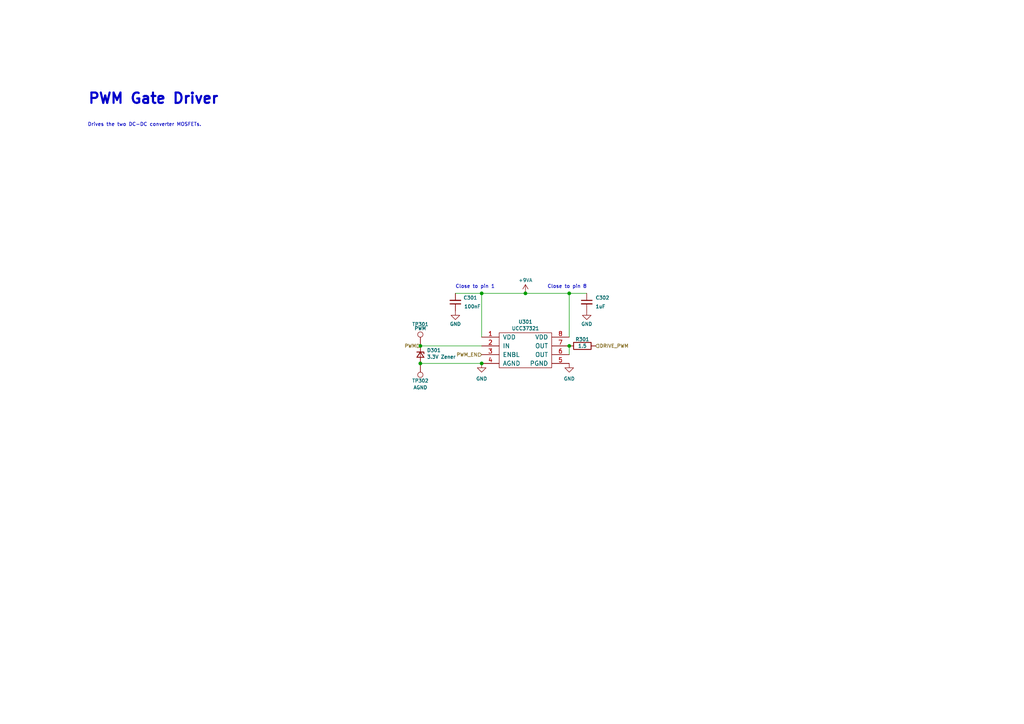
<source format=kicad_sch>
(kicad_sch (version 20211123) (generator eeschema)
  (paper "A4")
  (title_block (title "Sunscatter") (date "2022-06-05") (rev "3.4.0") (company "Longhorn Racing Solar") (comment 1 "Matthew Yu") (comment 2 "Gary Hallock"))
  (lib_symbols
    (symbol "Connector:TestPoint" (pin_numbers hide) (pin_names (offset 0.762) hide)
      (property "Reference" "TP" (at 0 6.858 0))
      (property "Value" "TestPoint" (at 0 5.08 0))
      (symbol "TestPoint_0_1"
        (circle (center 0 3.302) (radius 0.762))
      )
      (symbol "TestPoint_1_1"
        (pin passive line (at 0 0 90) (length 2.54) (name "1") (number "1"))
      )
    )
    (symbol "Device:C_Small" (pin_numbers hide) (pin_names (offset 0.254) hide)
      (property "Reference" "C" (at 0.254 1.778 0))
      (property "Value" "C_Small" (at 0.254 -2.032 0))
      (symbol "C_Small_0_1"
        (polyline (pts (xy -1.524 -0.508) (xy 1.524 -0.508)) (stroke (width 0.3302)))
        (polyline (pts (xy -1.524 0.508) (xy 1.524 0.508)) (stroke (width 0.3048)))
      )
      (symbol "C_Small_1_1"
        (pin passive line (at 0 2.54 270) (length 2.032) (name "~") (number "1"))
        (pin passive line (at 0 -2.54 90) (length 2.032) (name "~") (number "2"))
      )
    )
    (symbol "Device:D_Zener_Small" (pin_numbers hide) (pin_names (offset 0.254) hide)
      (property "Reference" "D" (at 0 2.286 0))
      (property "Value" "D_Zener_Small" (at 0 -2.286 0))
      (symbol "D_Zener_Small_0_1"
        (polyline (pts (xy 0.762 0) (xy -0.762 0)))
        (polyline (pts (xy -0.254 1.016) (xy -0.762 1.016) (xy -0.762 -1.016)) (stroke (width 0.254)))
        (polyline (pts (xy 0.762 1.016) (xy -0.762 0) (xy 0.762 -1.016) (xy 0.762 1.016)) (stroke (width 0.254)))
      )
      (symbol "D_Zener_Small_1_1"
        (pin passive line (at -2.54 0 0) (length 1.778) (name "K") (number "1"))
        (pin passive line (at 2.54 0 180) (length 1.778) (name "A") (number "2"))
      )
    )
    (symbol "Device:R" (pin_numbers hide) (pin_names (offset 0))
      (property "Reference" "R" (at 2.032 0 90))
      (property "Value" "R" (at 0 0 90))
      (symbol "R_0_1"
        (rectangle (start -1.016 -2.54) (end 1.016 2.54) (stroke (width 0.254)))
      )
      (symbol "R_1_1"
        (pin passive line (at 0 3.81 270) (length 1.27) (name "~") (number "1"))
        (pin passive line (at 0 -3.81 90) (length 1.27) (name "~") (number "2"))
      )
    )
    (symbol "MPPT:UCC37321" (pin_names (offset 1.016))
      (property "Reference" "U" (at 0 -6.35 0))
      (property "Value" "UCC37321" (at 0 6.35 0))
      (symbol "UCC37321_0_1"
        (rectangle (start -7.62 5.08) (end 7.62 -5.08))
      )
      (symbol "UCC37321_1_1"
        (pin power_in line (at -12.7 3.81 0) (length 5.08) (name "VDD") (number "1"))
        (pin input line (at -12.7 1.27 0) (length 5.08) (name "IN") (number "2"))
        (pin input line (at -12.7 -1.27 0) (length 5.08) (name "ENBL") (number "3"))
        (pin power_in line (at -12.7 -3.81 0) (length 5.08) (name "AGND") (number "4"))
        (pin power_in line (at 12.7 -3.81 180) (length 5.08) (name "PGND") (number "5"))
        (pin bidirectional line (at 12.7 -1.27 180) (length 5.08) (name "OUT") (number "6"))
        (pin bidirectional line (at 12.7 1.27 180) (length 5.08) (name "OUT") (number "7"))
        (pin power_in line (at 12.7 3.81 180) (length 5.08) (name "VDD") (number "8"))
      )
    )
    (symbol "power:+9VA" (power) (pin_names (offset 0))
      (property "Value" "+9VA" (at 0 3.81 0))
      (symbol "+9VA_0_1"
        (polyline (pts (xy -0.762 1.27) (xy 0 2.54)))
        (polyline (pts (xy 0 0) (xy 0 2.54)))
        (polyline (pts (xy 0 2.54) (xy 0.762 1.27)))
      )
      (symbol "+9VA_1_1"
        (pin power_in line (at 0 0 90) (length 0) hide (name "+9VA") (number "1"))
      )
    )
    (symbol "power:GND" (power) (pin_names (offset 0))
      (property "Value" "GND" (at 0 -3.81 0))
      (symbol "GND_0_1"
        (polyline (pts (xy 0 0) (xy 0 -1.27) (xy 1.27 -1.27) (xy 0 -2.54) (xy -1.27 -1.27) (xy 0 -1.27)))
      )
      (symbol "GND_1_1"
        (pin power_in line (at 0 0 270) (length 0) hide (name "GND") (number "1"))
      )
    )
  )
  (junction (at 121.92 100.33))
  (junction (at 152.4 85.09))
  (junction (at 139.7 105.41))
  (junction (at 139.7 85.09))
  (junction (at 121.92 105.41))
  (junction (at 165.1 85.09))
  (junction (at 165.1 100.33))
  (wire (pts (xy 121.92 105.41) (xy 139.7 105.41)))
  (wire (pts (xy 139.7 85.09) (xy 152.4 85.09)))
  (wire (pts (xy 165.1 85.09) (xy 165.1 97.79)))
  (wire (pts (xy 132.08 85.09) (xy 139.7 85.09)))
  (wire (pts (xy 121.92 100.33) (xy 139.7 100.33)))
  (wire (pts (xy 139.7 85.09) (xy 139.7 97.79)))
  (wire (pts (xy 152.4 85.09) (xy 165.1 85.09)))
  (wire (pts (xy 165.1 100.33) (xy 165.1 102.87)))
  (wire (pts (xy 165.1 85.09) (xy 170.18 85.09)))
  (text "Drives the two DC-DC converter MOSFETs." (at 25.4 36.83 0) (effects (font (size 1.016 1.016)) (justify left bottom)))
  (text "Close to pin 1" (at 132.08 83.82 0) (effects (font (size 1.016 1.016)) (justify left bottom)))
  (text "PWM Gate Driver" (at 25.4 30.48 0) (effects (font (size 3 3) (thickness 0.6096) bold) (justify left bottom)))
  (text "Close to pin 8" (at 158.75 83.82 0) (effects (font (size 1.016 1.016)) (justify left bottom)))
  (hierarchical_label "PWM_EN" (shape input) (at 139.7 102.87 180) (effects (font (size 1 1))))
  (hierarchical_label "PWM" (shape input) (at 121.92 100.33 180) (effects (font (size 1 1))))
  (hierarchical_label "DRIVE_PWM" (shape input) (at 172.72 100.33 0) (effects (font (size 1 1))))
  (symbol (lib_id "Device:D_Zener_Small") (at 121.92 102.87 270) (unit 1)
    (property "Reference" "D301" (at 123.825 101.6 90) (effects (font (size 1 1)) (justify left)))
    (property "Value" "3.3V Zener" (at 123.825 103.505 90) (effects (font (size 1 1)) (justify left)))
    (property "Footprint" "Diode_SMD:D_MiniMELF" (effects hide))
    (property "Datasheet" "https://datasheet.lcsc.com/lcsc/1811142211_ST-Semtech-ZMM3V3-M_C8056.pdf" (effects hide))
    (property "Distributor" "JLCPCB" (effects hide))
    (property "Manufacturer" "ST(Semtech)" (effects hide))
    (property "JLCPCB BOM" "1" (effects hide))
    (property "LCSC Part" "C8056" (effects hide))
    (property "Projected Cost" "0.0205" (effects hide))
    (property "Purchase Page" "N/A" (effects hide))
    (property "Manufacturer Part Number" "ZMM3V3-M" (effects hide))
    (property "Mouser Part" "N/A" (effects hide))
  )
  (symbol (lib_id "Connector:TestPoint") (at 121.92 100.33 0) (unit 1)
    (property "Reference" "TP301" (at 121.92 94.615 0) (effects (font (size 1 1)) (justify bottom)))
    (property "Value" "PWM" (at 121.92 95.25 0) (effects (font (size 1 1))))
    (property "Footprint" "TestPoint:TestPoint_Pad_1.0x1.0mm" (effects hide))
  )
  (symbol (lib_id "power:+9VA") (at 152.4 85.09 0) (unit 1)
    (property "Reference" "#PWR0303" (effects hide))
    (property "Value" "+9VA" (at 152.4 81.28 0) (effects (font (size 1 1))))
  )
  (symbol (lib_id "Device:C_Small") (at 132.08 87.63 180) (unit 1)
    (property "Reference" "C301" (at 138.43 86.36 0) (effects (font (size 1 1)) (justify left)))
    (property "Value" "100nF" (at 134.62 88.9 0) (effects (font (size 1 1)) (justify right)))
    (property "Footprint" "Capacitor_SMD:C_0805_2012Metric" (effects hide))
    (property "Datasheet" "https://datasheet.lcsc.com/lcsc/1810191216_Samsung-Electro-Mechanics-CL21B104KCFNNNE_C28233.pdf" (effects hide))
    (property "Distributor" "JLCPCB" (effects hide))
    (property "JLCPCB BOM" "1" (effects hide))
    (property "LCSC Part" "C28233" (effects hide))
    (property "Manufacturer" "Samsung Elctro-Mechanics" (effects hide))
    (property "Projected Cost" "0.0083" (effects hide))
    (property "Purchase Page" "N/A" (effects hide))
    (property "Manufacturer Part Number" "CL21B104KCFNNNE" (effects hide))
    (property "Mouser Part" "N/A" (effects hide))
  )
  (symbol (lib_id "power:GND") (at 132.08 90.17 0) (unit 1)
    (property "Reference" "#PWR0301" (effects hide))
    (property "Value" "GND" (at 132.08 93.98 0) (effects (font (size 1 1))))
  )
  (symbol (lib_id "Device:C_Small") (at 170.18 87.63 0) (unit 1)
    (property "Reference" "C302" (at 172.72 86.36 0) (effects (font (size 1 1)) (justify left)))
    (property "Value" "1uF" (at 172.72 88.9 0) (effects (font (size 1 1)) (justify left)))
    (property "Footprint" "Capacitor_SMD:C_0805_2012Metric" (effects hide))
    (property "Datasheet" "https://datasheet.lcsc.com/lcsc/1810191216_Samsung-Electro-Mechanics-CL21B105KBFNNNE_C28323.pdf" (effects hide))
    (property "Distributor" "JLCPCB" (effects hide))
    (property "JLCPCB BOM" "1" (effects hide))
    (property "LCSC Part" "C28323" (effects hide))
    (property "Manufacturer" "Samsung Electro-Mechanics" (effects hide))
    (property "Projected Cost" "0.0088" (effects hide))
    (property "Purchase Page" "N/A" (effects hide))
    (property "Manufacturer Part Number" "CL21B105KBFNNNE" (effects hide))
    (property "Mouser Part" "N/A" (effects hide))
  )
  (symbol (lib_id "Connector:TestPoint") (at 121.92 105.41 180) (unit 1)
    (property "Reference" "TP302" (at 121.92 109.855 0) (effects (font (size 1 1)) (justify bottom)))
    (property "Value" "AGND" (at 121.92 112.395 0) (effects (font (size 1 1))))
    (property "Footprint" "TestPoint:TestPoint_Pad_1.0x1.0mm" (effects hide))
  )
  (symbol (lib_id "Device:R") (at 168.91 100.33 90) (unit 1)
    (property "Reference" "R301" (at 168.91 98.425 90) (effects (font (size 1 1))))
    (property "Value" "1.5" (at 168.91 100.33 90) (effects (font (size 1 1))))
    (property "Footprint" "Resistor_SMD:R_0805_2012Metric" (effects hide))
    (property "Datasheet" "https://www.mouser.com/datasheet/2/427/crcwhpe3-1713858.pdf" (effects hide))
    (property "Distributor" "Mouser" (effects hide))
    (property "JLCPCB BOM" "0" (effects hide))
    (property "LCSC Part" "N/A" (effects hide))
    (property "Manufacturer" "Vishay" (effects hide))
    (property "Projected Cost" "0.38" (effects hide))
    (property "Purchase Page" "https://www.mouser.com/ProductDetail/Vishay-Dale/CRCW08051R50FKEAHP?qs=40TFAHZMFvfJviTUOHoEXQ%3D%3D" (effects hide))
    (property "Manufacturer Part Number" "CRCW08051R50FKEAHP" (effects hide))
    (property "Mouser Part" "71-CRCW08051R50FKEAH" (effects hide))
  )
  (symbol (lib_id "power:GND") (at 170.18 90.17 0) (unit 1)
    (property "Reference" "#PWR0305" (effects hide))
    (property "Value" "GND" (at 170.18 93.98 0) (effects (font (size 1 1))))
  )
  (symbol (lib_id "power:GND") (at 165.1 105.41 0) (unit 1)
    (property "Reference" "#PWR0304" (effects hide))
    (property "Value" "GND" (at 165.1 109.855 0) (effects (font (size 1 1))))
  )
  (symbol (lib_id "MPPT:UCC37321") (at 152.4 101.6 0) (unit 1)
    (property "Reference" "U301" (at 152.4 93.345 0) (effects (font (size 1 1))))
    (property "Value" "UCC37321" (at 152.4 95.25 0) (effects (font (size 1 1))))
    (property "Footprint" "Package_SO:SOIC-8_3.9x4.9mm_P1.27mm" (effects hide))
    (property "Datasheet" "https://www.ti.com/lit/gpn/UCC37321" (effects hide))
    (property "Distributor" "Texas Instruments" (effects hide))
    (property "JLCPCB BOM" "0" (effects hide))
    (property "LCSC Part" "N/A" (effects hide))
    (property "Manufacturer" "Texas Instruments" (effects hide))
    (property "Projected Cost" "1.335" (effects hide))
    (property "Purchase Page" "https://www.ti.com/store/ti/en/p/product/?p=UCC37321D" (effects hide))
    (property "Manufacturer Part Number" "UCC37321D" (effects hide))
    (property "Mouser Part" "N/A" (effects hide))
  )
  (symbol (lib_id "power:GND") (at 139.7 105.41 0) (unit 1)
    (property "Reference" "#PWR0302" (effects hide))
    (property "Value" "GND" (at 139.7 109.855 0) (effects (font (size 1 1))))
  )
)
</source>
